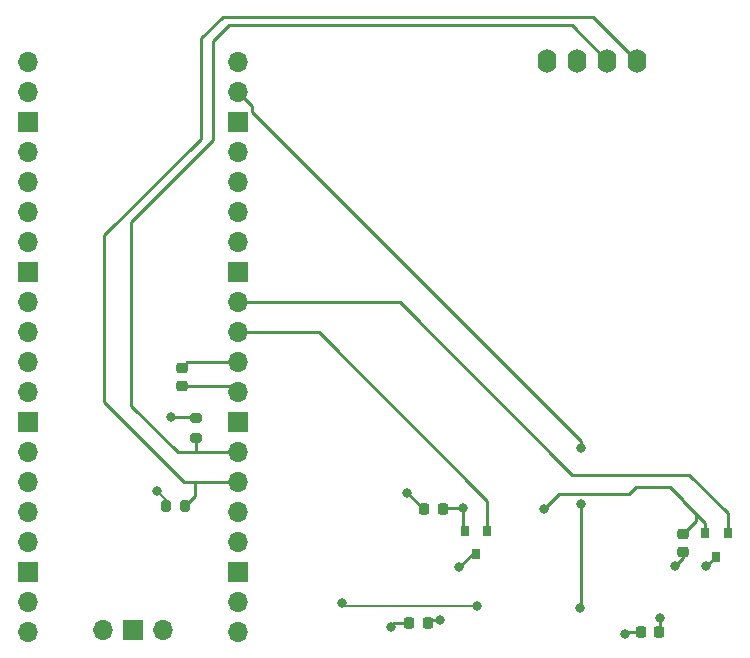
<source format=gbr>
%TF.GenerationSoftware,KiCad,Pcbnew,(7.0.0-0)*%
%TF.CreationDate,2023-02-22T19:20:36-06:00*%
%TF.ProjectId,first_keeb,66697273-745f-46b6-9565-622e6b696361,rev?*%
%TF.SameCoordinates,Original*%
%TF.FileFunction,Copper,L2,Bot*%
%TF.FilePolarity,Positive*%
%FSLAX46Y46*%
G04 Gerber Fmt 4.6, Leading zero omitted, Abs format (unit mm)*
G04 Created by KiCad (PCBNEW (7.0.0-0)) date 2023-02-22 19:20:36*
%MOMM*%
%LPD*%
G01*
G04 APERTURE LIST*
G04 Aperture macros list*
%AMRoundRect*
0 Rectangle with rounded corners*
0 $1 Rounding radius*
0 $2 $3 $4 $5 $6 $7 $8 $9 X,Y pos of 4 corners*
0 Add a 4 corners polygon primitive as box body*
4,1,4,$2,$3,$4,$5,$6,$7,$8,$9,$2,$3,0*
0 Add four circle primitives for the rounded corners*
1,1,$1+$1,$2,$3*
1,1,$1+$1,$4,$5*
1,1,$1+$1,$6,$7*
1,1,$1+$1,$8,$9*
0 Add four rect primitives between the rounded corners*
20,1,$1+$1,$2,$3,$4,$5,0*
20,1,$1+$1,$4,$5,$6,$7,0*
20,1,$1+$1,$6,$7,$8,$9,0*
20,1,$1+$1,$8,$9,$2,$3,0*%
G04 Aperture macros list end*
%TA.AperFunction,SMDPad,CuDef*%
%ADD10RoundRect,0.200000X0.200000X0.275000X-0.200000X0.275000X-0.200000X-0.275000X0.200000X-0.275000X0*%
%TD*%
%TA.AperFunction,SMDPad,CuDef*%
%ADD11RoundRect,0.200000X0.275000X-0.200000X0.275000X0.200000X-0.275000X0.200000X-0.275000X-0.200000X0*%
%TD*%
%TA.AperFunction,SMDPad,CuDef*%
%ADD12RoundRect,0.225000X-0.250000X0.225000X-0.250000X-0.225000X0.250000X-0.225000X0.250000X0.225000X0*%
%TD*%
%TA.AperFunction,SMDPad,CuDef*%
%ADD13RoundRect,0.225000X0.225000X0.250000X-0.225000X0.250000X-0.225000X-0.250000X0.225000X-0.250000X0*%
%TD*%
%TA.AperFunction,SMDPad,CuDef*%
%ADD14RoundRect,0.225000X0.250000X-0.225000X0.250000X0.225000X-0.250000X0.225000X-0.250000X-0.225000X0*%
%TD*%
%TA.AperFunction,SMDPad,CuDef*%
%ADD15R,0.800000X0.900000*%
%TD*%
%TA.AperFunction,ComponentPad*%
%ADD16O,1.600000X2.000000*%
%TD*%
%TA.AperFunction,ComponentPad*%
%ADD17O,1.700000X1.700000*%
%TD*%
%TA.AperFunction,ComponentPad*%
%ADD18R,1.700000X1.700000*%
%TD*%
%TA.AperFunction,ViaPad*%
%ADD19C,0.800000*%
%TD*%
%TA.AperFunction,Conductor*%
%ADD20C,0.250000*%
%TD*%
%TA.AperFunction,Conductor*%
%ADD21C,0.200000*%
%TD*%
G04 APERTURE END LIST*
D10*
%TO.P,PULL,1*%
%TO.N,N/C*%
X47740000Y-102100000D03*
%TO.P,PULL,2*%
X46090000Y-102100000D03*
%TD*%
D11*
%TO.P,PULL,1*%
%TO.N,N/C*%
X48630000Y-96295000D03*
%TO.P,PULL,2*%
X48630000Y-94645000D03*
%TD*%
D12*
%TO.P,CUP,2*%
%TO.N,N/C*%
X89890000Y-105995000D03*
%TO.P,CUP,1*%
X89890000Y-104445000D03*
%TD*%
D13*
%TO.P,CUP,1*%
%TO.N,N/C*%
X69545000Y-102340000D03*
%TO.P,CUP,2*%
%TO.N,AGND*%
X67995000Y-102340000D03*
%TD*%
D14*
%TO.P,RST,1*%
%TO.N,N/C*%
X47450000Y-91965000D03*
%TO.P,RST,2*%
X47450000Y-90415000D03*
%TD*%
D13*
%TO.P,CUP,1*%
%TO.N,N/C*%
X87885000Y-112780000D03*
%TO.P,CUP,2*%
%TO.N,GND*%
X86335000Y-112780000D03*
%TD*%
%TO.P,CUP,1*%
%TO.N,N/C*%
X68270000Y-112030000D03*
%TO.P,CUP,2*%
%TO.N,GND*%
X66720000Y-112030000D03*
%TD*%
D15*
%TO.P,SENS,3*%
%TO.N,AGND*%
X72369999Y-106169999D03*
%TO.P,SENS,2*%
%TO.N,N/C*%
X73319999Y-104169999D03*
%TO.P,SENS,1*%
X71419999Y-104169999D03*
%TD*%
%TO.P,REF\u002A\u002A,3*%
%TO.N,AGND*%
X92729999Y-106369999D03*
%TO.P,REF\u002A\u002A,2*%
%TO.N,N/C*%
X93679999Y-104369999D03*
%TO.P,REF\u002A\u002A,1*%
X91779999Y-104369999D03*
%TD*%
D16*
%TO.P,SSD1306,2*%
%TO.N,N/C*%
X80919999Y-64399999D03*
%TO.P,SSD1306,1*%
%TO.N,GND*%
X78379999Y-64399999D03*
%TO.P,SSD1306,3*%
%TO.N,N/C*%
X83459999Y-64399999D03*
%TO.P,SSD1306,4*%
X85999999Y-64399999D03*
%TD*%
D17*
%TO.P,U1,43*%
%TO.N,N/C*%
X45859999Y-112554999D03*
D18*
%TO.P,U1,42*%
X43319999Y-112554999D03*
D17*
%TO.P,U1,41*%
X40779999Y-112554999D03*
%TO.P,U1,40*%
X52209999Y-64524999D03*
%TO.P,U1,39*%
X52209999Y-67064999D03*
D18*
%TO.P,U1,38*%
X52209999Y-69604999D03*
D17*
%TO.P,U1,37*%
X52209999Y-72144999D03*
%TO.P,U1,36*%
X52209999Y-74684999D03*
%TO.P,U1,35*%
X52209999Y-77224999D03*
%TO.P,U1,34*%
X52209999Y-79764999D03*
D18*
%TO.P,U1,33*%
%TO.N,AGND*%
X52209999Y-82304999D03*
D17*
%TO.P,U1,32*%
%TO.N,N/C*%
X52209999Y-84844999D03*
%TO.P,U1,31*%
X52209999Y-87384999D03*
%TO.P,U1,30*%
X52209999Y-89924999D03*
%TO.P,U1,29*%
X52209999Y-92464999D03*
D18*
%TO.P,U1,28*%
X52209999Y-95004999D03*
D17*
%TO.P,U1,27*%
X52209999Y-97544999D03*
%TO.P,U1,26*%
X52209999Y-100084999D03*
%TO.P,U1,25*%
X52209999Y-102624999D03*
%TO.P,U1,24*%
X52209999Y-105164999D03*
D18*
%TO.P,U1,23*%
X52209999Y-107704999D03*
D17*
%TO.P,U1,22*%
X52209999Y-110244999D03*
%TO.P,U1,21*%
X52209999Y-112784999D03*
%TO.P,U1,20*%
X34429999Y-112784999D03*
%TO.P,U1,19*%
X34429999Y-110244999D03*
D18*
%TO.P,U1,18*%
X34429999Y-107704999D03*
D17*
%TO.P,U1,17*%
X34429999Y-105164999D03*
%TO.P,U1,16*%
X34429999Y-102624999D03*
%TO.P,U1,15*%
X34429999Y-100084999D03*
%TO.P,U1,14*%
X34429999Y-97544999D03*
D18*
%TO.P,U1,13*%
X34429999Y-95004999D03*
D17*
%TO.P,U1,12*%
X34429999Y-92464999D03*
%TO.P,U1,11*%
X34429999Y-89924999D03*
%TO.P,U1,10*%
X34429999Y-87384999D03*
%TO.P,U1,9*%
X34429999Y-84844999D03*
D18*
%TO.P,U1,8*%
X34429999Y-82304999D03*
D17*
%TO.P,U1,7*%
X34429999Y-79764999D03*
%TO.P,U1,6*%
X34429999Y-77224999D03*
%TO.P,U1,5*%
X34429999Y-74684999D03*
%TO.P,U1,4*%
X34429999Y-72144999D03*
D18*
%TO.P,U1,3*%
X34429999Y-69604999D03*
D17*
%TO.P,U1,2*%
X34429999Y-67064999D03*
%TO.P,U1,1*%
X34429999Y-64524999D03*
%TD*%
D19*
%TO.N,*%
X81200000Y-110750000D03*
X81240000Y-101920000D03*
X45360000Y-100840000D03*
X46530000Y-94530000D03*
%TO.N,GND*%
X65130000Y-112330000D03*
X84980000Y-112920000D03*
%TO.N,*%
X87920000Y-111600000D03*
X89250000Y-107140000D03*
%TO.N,AGND*%
X66560000Y-100980000D03*
%TO.N,*%
X69360000Y-111770000D03*
X78160000Y-102340000D03*
X81230000Y-97190000D03*
X72460000Y-110530000D03*
X61040000Y-110340000D03*
%TO.N,AGND*%
X91880000Y-107180000D03*
X70970000Y-107300000D03*
%TO.N,*%
X71240000Y-102270000D03*
%TD*%
D20*
%TO.N,*%
X81240000Y-101920000D02*
X81240000Y-110710000D01*
X81240000Y-110710000D02*
X81200000Y-110750000D01*
D21*
X46090000Y-102100000D02*
X46090000Y-101570000D01*
X46090000Y-101570000D02*
X45360000Y-100840000D01*
D20*
X48590000Y-100085000D02*
X48450000Y-100085000D01*
X52210000Y-100085000D02*
X48590000Y-100085000D01*
X48590000Y-100085000D02*
X48590000Y-101250000D01*
X48590000Y-101250000D02*
X47740000Y-102100000D01*
X48630000Y-96295000D02*
X48630000Y-97510000D01*
X46530000Y-94530000D02*
X48515000Y-94530000D01*
X48515000Y-94530000D02*
X48630000Y-94645000D01*
X48450000Y-100085000D02*
X47675000Y-100085000D01*
X52175000Y-97510000D02*
X48630000Y-97510000D01*
X48630000Y-97510000D02*
X47100000Y-97510000D01*
D21*
X48610000Y-97490000D02*
X48630000Y-97510000D01*
D20*
X47675000Y-100085000D02*
X40910000Y-93320000D01*
X40910000Y-93320000D02*
X40910000Y-79170000D01*
X50910000Y-60660000D02*
X82260000Y-60660000D01*
X40910000Y-79170000D02*
X49100000Y-70980000D01*
X49100000Y-70980000D02*
X49100000Y-62470000D01*
X49100000Y-62470000D02*
X50910000Y-60660000D01*
X82260000Y-60660000D02*
X86000000Y-64400000D01*
X52210000Y-97545000D02*
X52175000Y-97510000D01*
X47100000Y-97510000D02*
X43200000Y-93610000D01*
X43200000Y-93610000D02*
X43200000Y-78010000D01*
X43200000Y-78010000D02*
X50090000Y-71120000D01*
X50100000Y-62730000D02*
X51430000Y-61400000D01*
X50090000Y-71120000D02*
X50100000Y-71120000D01*
X80460000Y-61400000D02*
X83460000Y-64400000D01*
X50100000Y-71120000D02*
X50100000Y-62730000D01*
X51430000Y-61400000D02*
X80460000Y-61400000D01*
%TO.N,GND*%
X66720000Y-112030000D02*
X65430000Y-112030000D01*
X65430000Y-112030000D02*
X65130000Y-112330000D01*
X86335000Y-112780000D02*
X85120000Y-112780000D01*
X85120000Y-112780000D02*
X84980000Y-112920000D01*
%TO.N,*%
X87920000Y-111600000D02*
X87920000Y-112745000D01*
X87920000Y-112745000D02*
X87885000Y-112780000D01*
X90995000Y-102735000D02*
X89910000Y-101650000D01*
X91780000Y-103520000D02*
X90995000Y-102735000D01*
X90995000Y-102735000D02*
X90995000Y-103340000D01*
X90995000Y-103340000D02*
X89890000Y-104445000D01*
X89890000Y-105995000D02*
X89890000Y-106500000D01*
X89890000Y-106500000D02*
X89250000Y-107140000D01*
X91780000Y-104370000D02*
X91780000Y-103520000D01*
X89910000Y-101650000D02*
X89910000Y-101580000D01*
X89910000Y-101580000D02*
X88825000Y-100495000D01*
X88825000Y-100495000D02*
X85889695Y-100495000D01*
X85889695Y-100495000D02*
X85304695Y-101080000D01*
X85304695Y-101080000D02*
X79420000Y-101080000D01*
X79420000Y-101080000D02*
X78160000Y-102340000D01*
X71240000Y-102270000D02*
X69615000Y-102270000D01*
X69615000Y-102270000D02*
X69545000Y-102340000D01*
%TO.N,AGND*%
X66560000Y-100980000D02*
X66910000Y-101300000D01*
X67950000Y-102340000D02*
X66560000Y-100980000D01*
X67995000Y-102340000D02*
X67950000Y-102340000D01*
%TO.N,*%
X47450000Y-91965000D02*
X51710000Y-91965000D01*
X51710000Y-91965000D02*
X52210000Y-92465000D01*
X52210000Y-89925000D02*
X47940000Y-89925000D01*
X47940000Y-89925000D02*
X47450000Y-90415000D01*
X69360000Y-111770000D02*
X68530000Y-111770000D01*
X68530000Y-111770000D02*
X68270000Y-112030000D01*
X81240000Y-96610000D02*
X81240000Y-97180000D01*
X81240000Y-97180000D02*
X81230000Y-97190000D01*
X93680000Y-104370000D02*
X93680000Y-102720000D01*
X93680000Y-102720000D02*
X90420000Y-99460000D01*
X90420000Y-99460000D02*
X80510000Y-99460000D01*
X80510000Y-99460000D02*
X65895000Y-84845000D01*
X65895000Y-84845000D02*
X52210000Y-84845000D01*
D21*
X72460000Y-110530000D02*
X61230000Y-110530000D01*
X61230000Y-110530000D02*
X61040000Y-110340000D01*
D20*
X81240000Y-96610000D02*
X53385000Y-68755000D01*
X53385000Y-68755000D02*
X53385000Y-68240000D01*
X53385000Y-68240000D02*
X52210000Y-67065000D01*
%TO.N,AGND*%
X72370000Y-106170000D02*
X72100000Y-106170000D01*
X72100000Y-106170000D02*
X70970000Y-107300000D01*
X91880000Y-107180000D02*
X92690000Y-106370000D01*
X92690000Y-106370000D02*
X92730000Y-106370000D01*
%TO.N,*%
X71240000Y-102270000D02*
X71240000Y-103990000D01*
X71240000Y-103990000D02*
X71420000Y-104170000D01*
X73320000Y-104170000D02*
X73320000Y-101670000D01*
X73320000Y-101670000D02*
X59035000Y-87385000D01*
X59035000Y-87385000D02*
X52210000Y-87385000D01*
%TD*%
M02*

</source>
